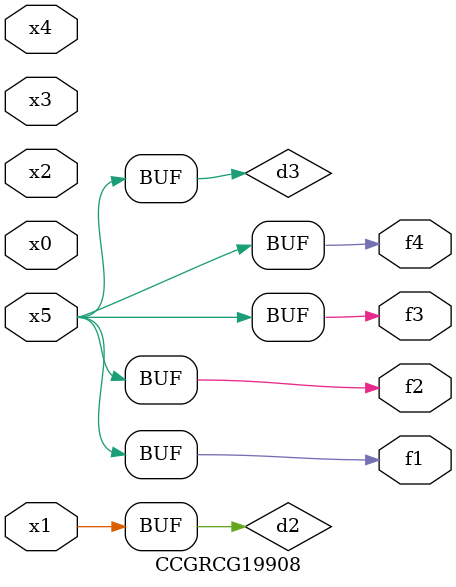
<source format=v>
module CCGRCG19908(
	input x0, x1, x2, x3, x4, x5,
	output f1, f2, f3, f4
);

	wire d1, d2, d3;

	not (d1, x5);
	or (d2, x1);
	xnor (d3, d1);
	assign f1 = d3;
	assign f2 = d3;
	assign f3 = d3;
	assign f4 = d3;
endmodule

</source>
